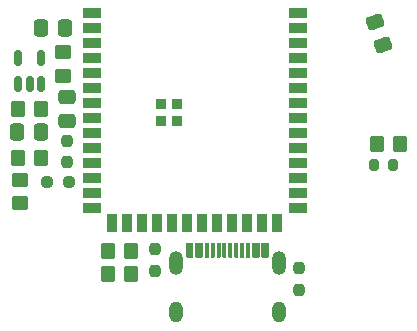
<source format=gbr>
%TF.GenerationSoftware,KiCad,Pcbnew,8.0.0*%
%TF.CreationDate,2024-03-22T20:52:57+01:00*%
%TF.ProjectId,rotatror,726f7461-7472-46f7-922e-6b696361645f,rev?*%
%TF.SameCoordinates,Original*%
%TF.FileFunction,Paste,Top*%
%TF.FilePolarity,Positive*%
%FSLAX46Y46*%
G04 Gerber Fmt 4.6, Leading zero omitted, Abs format (unit mm)*
G04 Created by KiCad (PCBNEW 8.0.0) date 2024-03-22 20:52:57*
%MOMM*%
%LPD*%
G01*
G04 APERTURE LIST*
G04 Aperture macros list*
%AMRoundRect*
0 Rectangle with rounded corners*
0 $1 Rounding radius*
0 $2 $3 $4 $5 $6 $7 $8 $9 X,Y pos of 4 corners*
0 Add a 4 corners polygon primitive as box body*
4,1,4,$2,$3,$4,$5,$6,$7,$8,$9,$2,$3,0*
0 Add four circle primitives for the rounded corners*
1,1,$1+$1,$2,$3*
1,1,$1+$1,$4,$5*
1,1,$1+$1,$6,$7*
1,1,$1+$1,$8,$9*
0 Add four rect primitives between the rounded corners*
20,1,$1+$1,$2,$3,$4,$5,0*
20,1,$1+$1,$4,$5,$6,$7,0*
20,1,$1+$1,$6,$7,$8,$9,0*
20,1,$1+$1,$8,$9,$2,$3,0*%
G04 Aperture macros list end*
%ADD10C,0.000000*%
%ADD11RoundRect,0.200000X-0.200000X-0.275000X0.200000X-0.275000X0.200000X0.275000X-0.200000X0.275000X0*%
%ADD12RoundRect,0.250000X0.561786X-0.154687X0.330922X0.479606X-0.561786X0.154687X-0.330922X-0.479606X0*%
%ADD13RoundRect,0.150000X0.150000X-0.512500X0.150000X0.512500X-0.150000X0.512500X-0.150000X-0.512500X0*%
%ADD14RoundRect,0.237500X-0.237500X0.250000X-0.237500X-0.250000X0.237500X-0.250000X0.237500X0.250000X0*%
%ADD15RoundRect,0.250000X-0.450000X0.350000X-0.450000X-0.350000X0.450000X-0.350000X0.450000X0.350000X0*%
%ADD16RoundRect,0.250000X0.350000X0.450000X-0.350000X0.450000X-0.350000X-0.450000X0.350000X-0.450000X0*%
%ADD17O,1.200000X2.000000*%
%ADD18O,1.200000X1.800000*%
%ADD19R,0.300000X1.300000*%
%ADD20RoundRect,0.250000X0.450000X-0.350000X0.450000X0.350000X-0.450000X0.350000X-0.450000X-0.350000X0*%
%ADD21RoundRect,0.250000X0.475000X-0.337500X0.475000X0.337500X-0.475000X0.337500X-0.475000X-0.337500X0*%
%ADD22RoundRect,0.237500X0.250000X0.237500X-0.250000X0.237500X-0.250000X-0.237500X0.250000X-0.237500X0*%
%ADD23RoundRect,0.250000X-0.350000X-0.450000X0.350000X-0.450000X0.350000X0.450000X-0.350000X0.450000X0*%
%ADD24R,0.900000X0.900000*%
%ADD25R,1.500000X0.900000*%
%ADD26R,0.900000X1.500000*%
%ADD27RoundRect,0.237500X0.237500X-0.250000X0.237500X0.250000X-0.237500X0.250000X-0.237500X-0.250000X0*%
%ADD28RoundRect,0.250000X0.337500X0.475000X-0.337500X0.475000X-0.337500X-0.475000X0.337500X-0.475000X0*%
%ADD29RoundRect,0.250000X-0.337500X-0.475000X0.337500X-0.475000X0.337500X0.475000X-0.337500X0.475000X0*%
G04 APERTURE END LIST*
D10*
%TO.C,U3*%
G36*
X115150000Y-92226500D02*
G01*
X114850000Y-92226500D01*
X114850000Y-90927500D01*
X115150000Y-90927500D01*
X115150000Y-92226500D01*
G37*
G36*
X115650000Y-92226500D02*
G01*
X115350000Y-92226500D01*
X115350000Y-90927500D01*
X115650000Y-90927500D01*
X115650000Y-92226500D01*
G37*
G36*
X116150000Y-92226500D02*
G01*
X115850000Y-92226500D01*
X115850000Y-90927500D01*
X116150000Y-90927500D01*
X116150000Y-92226500D01*
G37*
G36*
X116650000Y-92226500D02*
G01*
X116350000Y-92226500D01*
X116350000Y-90927500D01*
X116650000Y-90927500D01*
X116650000Y-92226500D01*
G37*
G36*
X117150000Y-92226500D02*
G01*
X116850000Y-92226500D01*
X116850000Y-90927500D01*
X117150000Y-90927500D01*
X117150000Y-92226500D01*
G37*
G36*
X117650000Y-92226500D02*
G01*
X117350000Y-92226500D01*
X117350000Y-90927500D01*
X117650000Y-90927500D01*
X117650000Y-92226500D01*
G37*
G36*
X118150000Y-92226500D02*
G01*
X117850000Y-92226500D01*
X117850000Y-90927500D01*
X118150000Y-90927500D01*
X118150000Y-92226500D01*
G37*
G36*
X118650000Y-92226500D02*
G01*
X118350000Y-92226500D01*
X118350000Y-90927500D01*
X118650000Y-90927500D01*
X118650000Y-92226500D01*
G37*
G36*
X113800000Y-92227500D02*
G01*
X113300000Y-92227500D01*
X113300000Y-92204500D01*
X113300000Y-90927500D01*
X113800000Y-90927500D01*
X113800000Y-92227500D01*
G37*
G36*
X114600000Y-92227500D02*
G01*
X114100000Y-92227500D01*
X114100000Y-92204500D01*
X114100000Y-90927500D01*
X114600000Y-90927500D01*
X114600000Y-92227500D01*
G37*
G36*
X119400000Y-92227500D02*
G01*
X118900000Y-92227500D01*
X118900000Y-92204500D01*
X118900000Y-90927500D01*
X119400000Y-90927500D01*
X119400000Y-92227500D01*
G37*
G36*
X120200000Y-92227500D02*
G01*
X119700000Y-92227500D01*
X119700000Y-92204500D01*
X119700000Y-90927500D01*
X120200000Y-90927500D01*
X120200000Y-92227500D01*
G37*
%TD*%
D11*
%TO.C,R19*%
X129150000Y-84400000D03*
X130800000Y-84400000D03*
%TD*%
D12*
%TO.C,C6*%
X129917346Y-74174931D03*
X129207654Y-72225069D03*
%TD*%
D13*
%TO.C,U2*%
X99050000Y-77537500D03*
X100000000Y-77537500D03*
X100950000Y-77537500D03*
X100950000Y-75262500D03*
X99050000Y-75262500D03*
%TD*%
D14*
%TO.C,R5*%
X110600000Y-91487500D03*
X110600000Y-93312500D03*
%TD*%
D15*
%TO.C,R10*%
X99200000Y-85600000D03*
X99200000Y-87600000D03*
%TD*%
D16*
%TO.C,R9*%
X129400000Y-82600000D03*
X131400000Y-82600000D03*
%TD*%
D17*
%TO.C,U3*%
X112425000Y-92645500D03*
D18*
X112425000Y-96845500D03*
D17*
X121075000Y-92645500D03*
D18*
X121075000Y-96845500D03*
D19*
X113400000Y-91577500D03*
X114200000Y-91577500D03*
X115500000Y-91577500D03*
X116500000Y-91577500D03*
X117000000Y-91577500D03*
X118000000Y-91577500D03*
X119300000Y-91577500D03*
X120100000Y-91577500D03*
X119800000Y-91577500D03*
X119000000Y-91577500D03*
X118500000Y-91577500D03*
X117500000Y-91577500D03*
X116000000Y-91577500D03*
X115000000Y-91577500D03*
X114500000Y-91577500D03*
X113700000Y-91577500D03*
%TD*%
D20*
%TO.C,R1*%
X102800000Y-76800000D03*
X102800000Y-74800000D03*
%TD*%
D21*
%TO.C,C1*%
X103200000Y-80637500D03*
X103200000Y-78562500D03*
%TD*%
D16*
%TO.C,R8*%
X108600000Y-93600000D03*
X106600000Y-93600000D03*
%TD*%
D22*
%TO.C,R2*%
X103312500Y-85800000D03*
X101487500Y-85800000D03*
%TD*%
D23*
%TO.C,R7*%
X106600000Y-91600000D03*
X108600000Y-91600000D03*
%TD*%
D14*
%TO.C,R3*%
X103200000Y-82287500D03*
X103200000Y-84112500D03*
%TD*%
D24*
%TO.C,U1*%
X111100000Y-79210000D03*
X111100000Y-80610000D03*
X112500000Y-79210000D03*
X112500000Y-80610000D03*
D25*
X105250000Y-71490000D03*
X105250000Y-72760000D03*
X105250000Y-74030000D03*
X105250000Y-75300000D03*
X105250000Y-76570000D03*
X105250000Y-77840000D03*
X105250000Y-79110000D03*
X105250000Y-80380000D03*
X105250000Y-81650000D03*
X105250000Y-82920000D03*
X105250000Y-84190000D03*
X105250000Y-85460000D03*
X105250000Y-86730000D03*
X105250000Y-88000000D03*
D26*
X107015000Y-89250000D03*
X108285000Y-89250000D03*
X109555000Y-89250000D03*
X110825000Y-89250000D03*
X112095000Y-89250000D03*
X113365000Y-89250000D03*
X114635000Y-89250000D03*
X115905000Y-89250000D03*
X117175000Y-89250000D03*
X118445000Y-89250000D03*
X119715000Y-89250000D03*
X120985000Y-89250000D03*
D25*
X122750000Y-88000000D03*
X122750000Y-86730000D03*
X122750000Y-85460000D03*
X122750000Y-84190000D03*
X122750000Y-82920000D03*
X122750000Y-81650000D03*
X122750000Y-80380000D03*
X122750000Y-79110000D03*
X122750000Y-77840000D03*
X122750000Y-76570000D03*
X122750000Y-75300000D03*
X122750000Y-74030000D03*
X122750000Y-72760000D03*
X122750000Y-71490000D03*
%TD*%
D27*
%TO.C,R6*%
X122800000Y-94912500D03*
X122800000Y-93087500D03*
%TD*%
D16*
%TO.C,R4*%
X101000000Y-79600000D03*
X99000000Y-79600000D03*
%TD*%
D28*
%TO.C,C2*%
X101000000Y-81600000D03*
X98925000Y-81600000D03*
%TD*%
D23*
%TO.C,R11*%
X99000000Y-83800000D03*
X101000000Y-83800000D03*
%TD*%
D29*
%TO.C,C4*%
X100962500Y-72800000D03*
X103037500Y-72800000D03*
%TD*%
M02*

</source>
